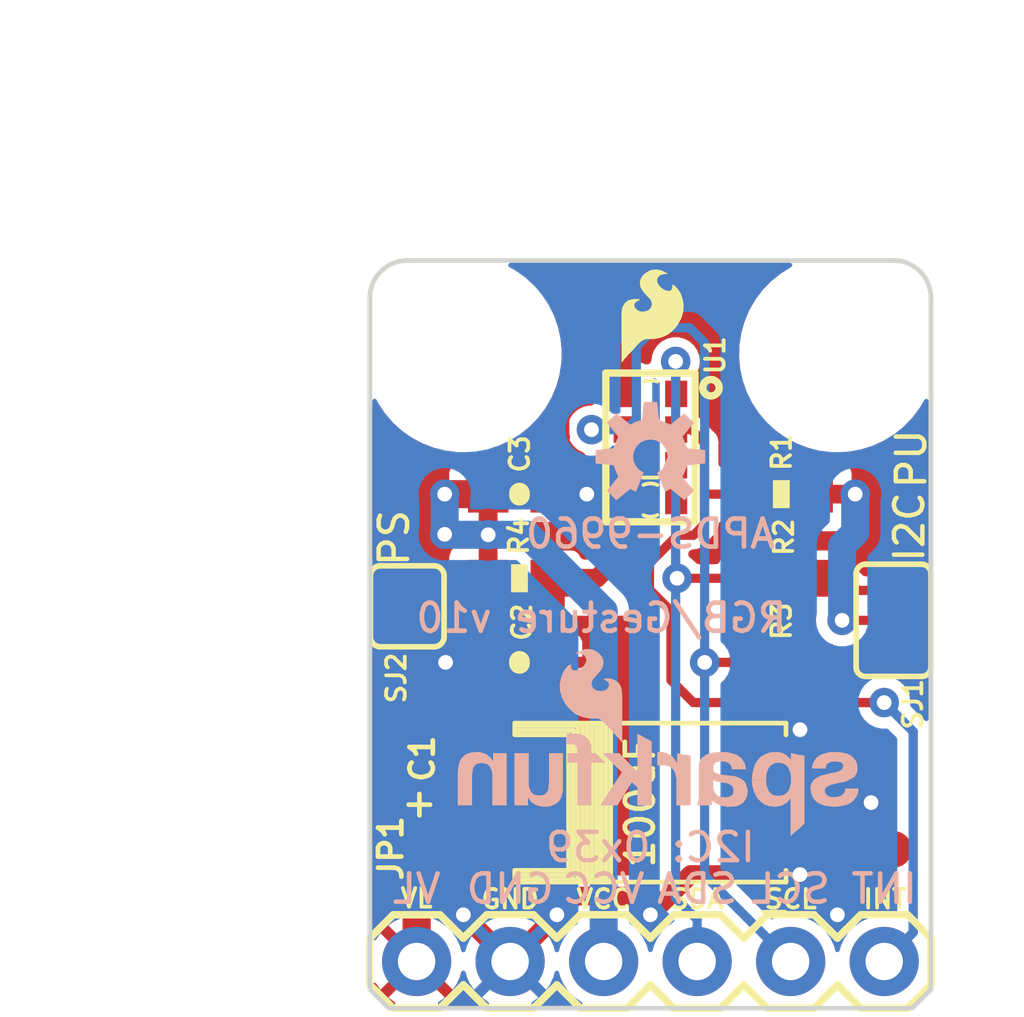
<source format=kicad_pcb>
(kicad_pcb (version 20221018) (generator pcbnew)
  (layers (0 "F.Cu" signal "Top") (31 "B.Cu" signal "Bottom") (34 "B.Paste" user) (35 "F.Paste" user) (36 "B.SilkS" user "B.Silkscreen") (37 "F.SilkS" user "F.Silkscreen") (38 "B.Mask" user) (39 "F.Mask" user) (44 "Edge.Cuts" user))
  (net 0 "")
  (net 1 "GND")
  (net 2 "VCC")
  (net 3 "/VL")
  (net 4 "/SDA")
  (net 5 "/SCL")
  (net 6 "/INT")
  (net 7 "Net-(R2-Pad2)")
  (net 8 "Net-(R3-Pad2)")
  (net 9 "Net-(U1-Pad3)")
  (footprint "APDS_9960:c_2917" (layer "F.Cu") (at 134.62 90.932 180)
    (fp_text reference "C1" (at 6.1976 1.1938 90) (layer "F.SilkS") (effects (font (size 0.635 0.635) (thickness 0.127))))
    (fp_text value "100uF" (at 0.2794 0 90) (layer "F.SilkS") (effects (font (size 0.762 0.762) (thickness 0.127))))
    (fp_text user "+" (at 6.2738 0) (layer "F.SilkS") (effects (font (size 0.762 0.762) (thickness 0.127))))
    (fp_text user "-" (at -3.3655 -2.921) (layer "F.SilkS") (effects (font (size 0.762 0.762) (thickness 0.127))))
    (pad "1" smd rect (at 4.064 0 180) (size 3.048 3.048) (layers "F.Cu" "F.Paste" "F.Mask") (net 3 "/VL"))
    (pad "2" smd rect (at -4.064 0 180) (size 3.048 3.048) (layers "F.Cu" "F.Paste" "F.Mask") (net 1 "GND"))
  )
  (footprint "APDS_9960:0603-CAP" (layer "F.Cu") (at 131.064 82.55)
    (fp_text reference "C3" (at 0.3048 -1.0922 90) (layer "F.SilkS") (effects (font (size 0.508 0.508) (thickness 0.1016)) (justify bottom)))
    (fp_text value "1uF")
    (pad "1" smd rect (at -0.85 0) (size 1.1 1) (layers "F.Cu" "F.Paste" "F.Mask") (net 2 "VCC"))
    (pad "2" smd rect (at 0.85 0) (size 1.1 1) (layers "F.Cu" "F.Paste" "F.Mask") (net 1 "GND"))
  )
  (footprint "APDS_9960:FIDUCIAL-1X2" (layer "F.Cu") (at 141.224 92.202)
    (fp_text reference "FID1" hide)
    (fp_text value "FIDUCIAL1X2" hide)
    (pad "1" smd roundrect (at 0 0) (size 1 1) (layers "F.Cu" "F.Mask") (roundrect_rratio 0.5))
  )
  (footprint "APDS_9960:FIDUCIAL-1X2" (layer "F.Cu") (at 132.842 77.216)
    (fp_text reference "FID2" hide)
    (fp_text value "FIDUCIAL1X2" hide)
    (pad "1" smd roundrect (at 0 0) (size 1 1) (layers "F.Cu" "F.Mask") (roundrect_rratio 0.5))
  )
  (footprint "APDS_9960:1X06" (layer "F.Cu") (at 128.27 95.25)
    (fp_text reference "JP1" (at -0.3302 -2.1336 90) (layer "F.SilkS") (effects (font (size 0.635 0.635) (thickness 0.127)) (justify left bottom)))
    (fp_text value "M06SIP" hide)
    (pad "1" thru_hole circle (at 0 0 90) (size 1.8796 1.8796) (drill 1.016) (layers "*.Cu" "*.Mask") (net 3 "/VL"))
    (pad "2" thru_hole circle (at 2.54 0 90) (size 1.8796 1.8796) (drill 1.016) (layers "*.Cu" "*.Mask") (net 1 "GND"))
    (pad "3" thru_hole circle (at 5.08 0 90) (size 1.8796 1.8796) (drill 1.016) (layers "*.Cu" "*.Mask") (net 2 "VCC"))
    (pad "4" thru_hole circle (at 7.62 0 90) (size 1.8796 1.8796) (drill 1.016) (layers "*.Cu" "*.Mask") (net 4 "/SDA"))
    (pad "5" thru_hole circle (at 10.16 0 90) (size 1.8796 1.8796) (drill 1.016) (layers "*.Cu" "*.Mask") (net 5 "/SCL"))
    (pad "6" thru_hole circle (at 12.7 0 90) (size 1.8796 1.8796) (drill 1.016) (layers "*.Cu" "*.Mask") (net 6 "/INT"))
  )
  (footprint "APDS_9960:0603-RES" (layer "F.Cu") (at 138.176 82.55)
    (fp_text reference "R1" (at 0.3048 -1.143 90) (layer "F.SilkS") (effects (font (size 0.508 0.508) (thickness 0.1016)) (justify bottom)))
    (fp_text value "10k")
    (pad "1" smd rect (at -0.85 0) (size 1.1 1) (layers "F.Cu" "F.Paste" "F.Mask") (net 6 "/INT"))
    (pad "2" smd rect (at 0.85 0) (size 1.1 1) (layers "F.Cu" "F.Paste" "F.Mask") (net 2 "VCC"))
  )
  (footprint "APDS_9960:0603-RES" (layer "F.Cu") (at 131.064 84.836 180)
    (fp_text reference "R4" (at -0.2794 1.143 90) (layer "F.SilkS") (effects (font (size 0.508 0.508) (thickness 0.1016)) (justify bottom)))
    (fp_text value "DNP")
    (pad "1" smd rect (at -0.85 0 180) (size 1.1 1) (layers "F.Cu" "F.Paste" "F.Mask") (net 3 "/VL"))
    (pad "2" smd rect (at 0.85 0 180) (size 1.1 1) (layers "F.Cu" "F.Paste" "F.Mask") (net 2 "VCC"))
  )
  (footprint "APDS_9960:STAND-OFF" (layer "F.Cu") (at 129.54 78.74)
    (fp_text reference "STANDOFF1" hide)
    (fp_text value "STAND-OFF" hide)
    (pad "" np_thru_hole circle (at 0 0) (size 3.302 3.302) (drill 3.302) (layers "*.Cu" "*.Mask") (clearance 1.016))
  )
  (footprint "APDS_9960:STAND-OFF" (layer "F.Cu") (at 139.7 78.74)
    (fp_text reference "STANDOFF2" hide)
    (fp_text value "STAND-OFF" hide)
    (pad "" np_thru_hole circle (at 0 0) (size 3.302 3.302) (drill 3.302) (layers "*.Cu" "*.Mask") (clearance 1.016))
  )
  (footprint "APDS_9960:APDS-9960" (layer "F.Cu") (at 134.62 81.28)
    (fp_text reference "U1" (at 2.0574 -1.9304 90) (layer "F.SilkS") (effects (font (size 0.508 0.508) (thickness 0.1016)) (justify left bottom)))
    (fp_text value "APDS-9960")
    (pad "1" smd rect (at 0.7 -1.455) (size 0.6 0.72) (layers "F.Cu" "F.Paste" "F.Mask") (net 4 "/SDA"))
    (pad "2" smd rect (at 0.7 -0.485) (size 0.6 0.72) (layers "F.Cu" "F.Paste" "F.Mask") (net 6 "/INT"))
    (pad "3" smd rect (at 0.7 0.485) (size 0.6 0.72) (layers "F.Cu" "F.Paste" "F.Mask") (net 9 "Net-(U1-Pad3)"))
    (pad "4" smd rect (at 0.7 1.455) (size 0.6 0.72) (layers "F.Cu" "F.Paste" "F.Mask") (net 9 "Net-(U1-Pad3)"))
    (pad "5" smd rect (at -0.7 1.455) (size 0.6 0.72) (layers "F.Cu" "F.Paste" "F.Mask") (net 3 "/VL"))
    (pad "6" smd rect (at -0.7 0.485) (size 0.6 0.72) (layers "F.Cu" "F.Paste" "F.Mask") (net 1 "GND"))
    (pad "7" smd rect (at -0.7 -0.485) (size 0.6 0.72) (layers "F.Cu" "F.Paste" "F.Mask") (net 5 "/SCL"))
    (pad "8" smd rect (at -0.7 -1.455) (size 0.6 0.72) (layers "F.Cu" "F.Paste" "F.Mask") (net 2 "VCC"))
  )
  (footprint "APDS_9960:SFE_LOGO_FLAME_.1" (layer "F.Cu") (at 133.5151 79.3369)
    (fp_text reference "U$1" hide)
    (fp_text value "SFE_LOGO_NAME_FLAME.1_INCH" hide)
  )
  (footprint "APDS_9960:0603" (layer "F.Cu") (at 138.176 84.836)
    (fp_text reference "R2" (at -0.2286 -1.1176 270) (layer "F.SilkS") (effects (font (size 0.508 0.508) (thickness 0.1016)) (justify top)))
    (fp_text value "4.7k")
    (pad "1" smd rect (at -0.85 0) (size 1.1 1) (layers "F.Cu" "F.Paste" "F.Mask") (net 4 "/SDA"))
    (pad "2" smd rect (at 0.85 0) (size 1.1 1) (layers "F.Cu" "F.Paste" "F.Mask") (net 7 "Net-(R2-Pad2)"))
  )
  (footprint "APDS_9960:0603" (layer "F.Cu") (at 138.176 87.122)
    (fp_text reference "R3" (at 0.3048 -1.1176 90) (layer "F.SilkS") (effects (font (size 0.508 0.508) (thickness 0.1016)) (justify bottom)))
    (fp_text value "4.7k")
    (pad "1" smd rect (at -0.85 0) (size 1.1 1) (layers "F.Cu" "F.Paste" "F.Mask") (net 5 "/SCL"))
    (pad "2" smd rect (at 0.85 0) (size 1.1 1) (layers "F.Cu" "F.Paste" "F.Mask") (net 8 "Net-(R3-Pad2)"))
  )
  (footprint "APDS_9960:0603-CAP" (layer "F.Cu") (at 131.064 87.122 180)
    (fp_text reference "C2" (at 0.2286 1.0922 270) (layer "F.SilkS") (effects (font (size 0.508 0.508) (thickness 0.1016)) (justify top)))
    (fp_text value "1uF")
    (pad "1" smd rect (at -0.85 0 180) (size 1.1 1) (layers "F.Cu" "F.Paste" "F.Mask") (net 3 "/VL"))
    (pad "2" smd rect (at 0.85 0 180) (size 1.1 1) (layers "F.Cu" "F.Paste" "F.Mask") (net 1 "GND"))
  )
  (footprint "APDS_9960:SJ_2S" (layer "F.Cu") (at 128.016 85.598 90)
    (fp_text reference "SJ2" (at -2.6924 0 90) (layer "F.SilkS") (effects (font (size 0.508 0.508) (thickness 0.1016)) (justify left bottom)))
    (fp_text value "SOLDERJUMPERNC")
    (pad "1" smd rect (at -0.4119 0 90) (size 0.635 1.27) (layers "F.Cu" "F.Paste" "F.Mask") (net 3 "/VL") (clearance 0.0508))
    (pad "2" smd rect (at 0.4119 0 90) (size 0.635 1.27) (layers "F.Cu" "F.Paste" "F.Mask") (net 2 "VCC") (clearance 0.0508))
  )
  (footprint "APDS_9960:SJ_3_PASTE1&2&3" (layer "F.Cu") (at 141.224 85.979 90)
    (fp_text reference "SJ1" (at -3.0226 0.2286 270) (layer "F.SilkS") (effects (font (size 0.508 0.508) (thickness 0.1016)) (justify left top)))
    (fp_text value "SOLDERJUMPER_2WAYPASTE1&2&3")
    (pad "1" smd rect (at -0.8128 0 90) (size 0.635 1.27) (layers "F.Cu" "F.Mask") (net 8 "Net-(R3-Pad2)") (clearance 0.0508))
    (pad "2" smd rect (at 0 0 90) (size 0.635 1.27) (layers "F.Cu" "F.Mask") (net 2 "VCC") (clearance 0.0508))
    (pad "3" smd rect (at 0.8128 0 90) (size 0.635 1.27) (layers "F.Cu" "F.Mask") (net 7 "Net-(R2-Pad2)") (clearance 0.0508))
  )
  (footprint "APDS_9960:SFE_LOGO_NAME_FLAME_.1" (layer "B.Cu") (at 140.716 91.948 180)
    (fp_text reference "LOGO1" hide)
    (fp_text value "SFE_LOGO_FLAME.1_INCH" hide)
  )
  (footprint "APDS_9960:OSHW-LOGO-S" (layer "B.Cu") (at 134.62 81.534 180)
    (fp_text reference "LOGO2" hide)
    (fp_text value "OSHW-LOGOS" hide)
  )
  (gr_line (start 142.24 96.012) (end 142.24 77.216) (stroke (width 0.127)) (layer "Edge.Cuts"))
  (gr_line (start 141.224 76.2) (end 128.016 76.2) (stroke (width 0.127)) (layer "Edge.Cuts"))
  (gr_line (start 127.508 96.52) (end 141.732 96.52) (stroke (width 0.127)) (layer "Edge.Cuts"))
  (gr_line (start 127 77.216) (end 127 96.012) (stroke (width 0.127)) (layer "Edge.Cuts"))
  (gr_arc (start 141.224 76.2) (mid 141.94242 76.49758) (end 142.24 77.216) (stroke (width 0.127)) (layer "Edge.Cuts"))
  (gr_line (start 141.732 96.52) (end 142.24 96.012) (stroke (width 0.127)) (layer "Edge.Cuts"))
  (gr_arc (start 127 77.216) (mid 127.29758 76.49758) (end 128.016 76.2) (stroke (width 0.127)) (layer "Edge.Cuts"))
  (gr_line (start 127.508 96.52) (end 127 96.012) (stroke (width 0.127)) (layer "Edge.Cuts"))
  (gr_text "v10" (at 129.286 86.36) (layer "B.SilkS") (effects (font (size 0.762 0.762) (thickness 0.127)) (justify bottom mirror)))
  (gr_text "APDS-9960" (at 134.62 84.074) (layer "B.SilkS") (effects (font (size 0.762 0.762) (thickness 0.127)) (justify bottom mirror)))
  (gr_text "SDA" (at 135.89 93.726) (layer "B.SilkS") (effects (font (size 0.77216 0.77216) (thickness 0.12192)) (justify bottom mirror)))
  (gr_text "SCL" (at 138.43 93.726) (layer "B.SilkS") (effects (font (size 0.77216 0.77216) (thickness 0.12192)) (justify bottom mirror)))
  (gr_text "VCC" (at 133.35 93.726) (layer "B.SilkS") (effects (font (size 0.77216 0.77216) (thickness 0.12192)) (justify bottom mirror)))
  (gr_text "I2C: 0x39" (at 134.62 91.694) (layer "B.SilkS") (effects (font (size 0.77216 0.77216) (thickness 0.12192)) (justify top mirror)))
  (gr_text "RGB/Gesture" (at 134.62 86.36) (layer "B.SilkS") (effects (font (size 0.762 0.762) (thickness 0.127)) (justify bottom mirror)))
  (gr_text "INT" (at 140.97 93.726) (layer "B.SilkS") (effects (font (size 0.77216 0.77216) (thickness 0.12192)) (justify bottom mirror)))
  (gr_text "GND" (at 130.81 93.726) (layer "B.SilkS") (effects (font (size 0.77216 0.77216) (thickness 0.12192)) (justify bottom mirror)))
  (gr_text "VL" (at 128.27 93.726) (layer "B.SilkS") (effects (font (size 0.77216 0.77216) (thickness 0.12192)) (justify bottom mirror)))
  (gr_text "PU" (at 141.7066 80.7212 90) (layer "F.SilkS") (effects (font (size 0.77216 0.77216) (thickness 0.12192)) (justify right)))
  (gr_text "SCL" (at 138.43 93.853) (layer "F.SilkS") (effects (font (size 0.508 0.508) (thickness 0.1016)) (justify bottom)))
  (gr_text "I2C" (at 141.6558 82.423 90) (layer "F.SilkS") (effects (font (size 0.77216 0.77216) (thickness 0.12192)) (justify right)))
  (gr_text "PS" (at 127.6604 82.9056 90) (layer "F.SilkS") (effects (font (size 0.77216 0.77216) (thickness 0.12192)) (justify right)))
  (gr_text "GND" (at 130.81 93.853) (layer "F.SilkS") (effects (font (size 0.508 0.508) (thickness 0.1016)) (justify bottom)))
  (gr_text "SDA" (at 135.89 93.853) (layer "F.SilkS") (effects (font (size 0.508 0.508) (thickness 0.1016)) (justify bottom)))
  (gr_text "VCC" (at 133.35 93.853) (layer "F.SilkS") (effects (font (size 0.508 0.508) (thickness 0.1016)) (justify bottom)))
  (gr_text "INT" (at 140.9954 93.853) (layer "F.SilkS") (effects (font (size 0.508 0.508) (thickness 0.1016)) (justify bottom)))
  (gr_text "VL" (at 128.27 93.8276) (layer "F.SilkS") (effects (font (size 0.508 0.508) (thickness 0.1016)) (justify bottom)))
  (segment (start 139.7 93.98) (end 139.7 93.218) (width 0.508) (layer "F.Cu") (net 1))
  (segment (start 129.0574 87.122) (end 130.214 87.122) (width 0.508) (layer "F.Cu") (net 1))
  (segment (start 129.54 93.98) (end 130.81 95.25) (width 0.508) (layer "F.Cu") (net 1))
  (segment (start 138.684 92.8878) (end 138.684 90.932) (width 0.762) (layer "F.Cu") (net 1))
  (segment (start 132.08 93.98) (end 132.588 93.472) (width 0.508) (layer "F.Cu") (net 1))
  (segment (start 132.08 93.98) (end 130.81 95.25) (width 0.508) (layer "F.Cu") (net 1))
  (segment (start 132.8928 82.0928) (end 132.8928 82.55) (width 0.25) (layer "F.Cu") (net 1))
  (segment (start 137.795 90.927) (end 137.79 90.932) (width 0.508) (layer "F.Cu") (net 1))
  (segment (start 138.684 88.9508) (end 138.684 90.932) (width 0.762) (layer "F.Cu") (net 1))
  (segment (start 133.92 81.765) (end 133.2206 81.765) (width 0.25) (layer "F.Cu") (net 1))
  (segment (start 138.684 92.8878) (end 139.3698 92.8878) (width 0.508) (layer "F.Cu") (net 1))
  (segment (start 140.6144 90.932) (end 138.684 90.932) (width 0.762) (layer "F.Cu") (net 1))
  (segment (start 137.795 92.8878) (end 138.684 92.8878) (width 0.508) (layer "F.Cu") (net 1))
  (segment (start 137.795 92.8878) (end 135.7122 92.8878) (width 0.508) (layer "F.Cu") (net 1))
  (segment (start 139.573 90.932) (end 137.79 90.932) (width 0.508) (layer "F.Cu") (net 1))
  (segment (start 131.914 82.55) (end 132.8928 82.55) (width 0.25) (layer "F.Cu") (net 1))
  (segment (start 139.3698 92.8878) (end 139.7 93.218) (width 0.508) (layer "F.Cu") (net 1))
  (segment (start 133.2206 81.765) (end 132.8928 82.0928) (width 0.25) (layer "F.Cu") (net 1))
  (segment (start 132.588 93.472) (end 134.112 93.472) (width 0.508) (layer "F.Cu") (net 1))
  (segment (start 137.795 90.937) (end 137.79 90.932) (width 0.508) (layer "F.Cu") (net 1))
  (segment (start 135.7122 92.8878) (end 134.62 93.98) (width 0.508) (layer "F.Cu") (net 1))
  (segment (start 134.112 93.472) (end 134.62 93.98) (width 0.508) (layer "F.Cu") (net 1))
  (via (at 132.8928 82.55) (size 0.8) (drill 0.4) (layers "F.Cu" "B.Cu") (net 1))
  (via (at 138.684 92.8878) (size 0.8) (drill 0.4) (layers "F.Cu" "B.Cu") (net 1))
  (via (at 132.08 93.98) (size 0.8) (drill 0.4) (layers "F.Cu" "B.Cu") (net 1))
  (via (at 139.7 93.98) (size 0.8) (drill 0.4) (layers "F.Cu" "B.Cu") (net 1))
  (via (at 140.6144 90.932) (size 0.8) (drill 0.4) (layers "F.Cu" "B.Cu") (net 1))
  (via (at 138.684 88.9508) (size 0.8) (drill 0.4) (layers "F.Cu" "B.Cu") (net 1))
  (via (at 134.62 93.98) (size 0.8) (drill 0.4) (layers "F.Cu" "B.Cu") (net 1))
  (via (at 129.54 93.98) (size 0.8) (drill 0.4) (layers "F.Cu" "B.Cu") (net 1))
  (via (at 129.0574 87.122) (size 0.8) (drill 0.4) (layers "F.Cu" "B.Cu") (net 1))
  (segment (start 130.214 83.654) (end 130.214 82.55) (width 0.508) (layer "F.Cu") (net 2))
  (segment (start 132.1816 81.0006) (end 132.1816 80.1878) (width 0.25) (layer "F.Cu") (net 2))
  (segment (start 132.5444 79.825) (end 132.4483 79.9211) (width 0.508) (layer "F.Cu") (net 2))
  (segment (start 138.5824 81.6102) (end 137.3124 81.6102) (width 0.25) (layer "F.Cu") (net 2))
  (segment (start 139.026 82.0538) (end 138.5824 81.6102) (width 0.25) (layer "F.Cu") (net 2))
  (segment (start 130.214 82.55) (end 130.214 81.9268) (width 0.508) (layer "F.Cu") (net 2))
  (segment (start 132.165799 80.387479) (end 132.165799 81.0006) (width 0.508) (layer "F.Cu") (net 2))
  (segment (start 137.3124 81.6102) (end 136.1186 80.4164) (width 0.25) (layer "F.Cu") (net 2))
  (segment (start 134.3152 78.0288) (end 133.92 78.424) (width 0.25) (layer "F.Cu") (net 2))
  (segment (start 136.1186 78.486) (end 135.6614 78.0288) (width 0.25) (layer "F.Cu") (net 2))
  (segment (start 132.1816 80.1878) (end 132.1816 80.371678) (width 0.508) (layer "F.Cu") (net 2))
  (segment (start 131.5974 81.5848) (end 130.556 81.5848) (width 0.508) (layer "F.Cu") (net 2))
  (segment (start 136.1186 80.4164) (end 136.1186 78.486) (width 0.25) (layer "F.Cu") (net 2))
  (segment (start 139.026 82.55) (end 139.026 82.0538) (width 0.25) (layer "F.Cu") (net 2))
  (segment (start 132.1816 81.0006) (end 131.5974 81.5848) (width 0.508) (layer "F.Cu") (net 2))
  (segment (start 135.6614 78.0288) (end 134.3152 78.0288) (width 0.25) (layer "F.Cu") (net 2))
  (segment (start 132.4483 79.9211) (end 132.1816 80.1878) (width 0.508) (layer "F.Cu") (net 2))
  (segment (start 141.224 85.979) (end 139.827 85.979) (width 0.25) (layer "F.Cu") (net 2))
  (segment (start 133.92 79.825) (end 132.5444 79.825) (width 0.508) (layer "F.Cu") (net 2))
  (segment (start 130.214 81.9268) (end 130.556 81.5848) (width 0.508) (layer "F.Cu") (net 2))
  (segment (start 132.1816 80.371678) (end 132.165799 80.387479) (width 0.508) (layer "F.Cu") (net 2))
  (segment (start 130.214 82.55) (end 129.032 82.55) (width 0.762) (layer "F.Cu") (net 2))
  (segment (start 133.92 78.424) (end 133.92 79.825) (width 0.25) (layer "F.Cu") (net 2))
  (segment (start 140.1826 82.55) (end 139.026 82.55) (width 0.25) (layer "F.Cu") (net 2))
  (segment (start 130.214 84.836) (end 130.214 83.654) (width 0.508) (layer "F.Cu") (net 2))
  (via (at 129.032 82.55) (size 0.8) (drill 0.4) (layers "F.Cu" "B.Cu") (net 2))
  (via (at 129.032 83.6422) (size 0.8) (drill 0.4) (layers "F.Cu" "B.Cu") (net 2))
  (via (at 130.214 83.654) (size 0.8) (drill 0.4) (layers "F.Cu" "B.Cu") (net 2))
  (via (at 140.1826 82.55) (size 0.8) (drill 0.4) (layers "F.Cu" "B.Cu") (net 2))
  (via (at 139.827 85.979) (size 0.8) (drill 0.4) (layers "F.Cu" "B.Cu") (net 2))
  (segment (start 129.032 82.55) (end 129.032 83.6422) (width 0.762) (layer "B.Cu") (net 2))
  (segment (start 130.214 83.654) (end 129.0438 83.654) (width 0.762) (layer "B.Cu") (net 2))
  (segment (start 139.827 85.979) (end 139.827 83.947) (width 0.762) (layer "B.Cu") (net 2))
  (segment (start 133.35 95.25) (end 133.35 85.725) (width 0.762) (layer "B.Cu") (net 2))
  (segment (start 129.0438 83.654) (end 129.032 83.6422) (width 0.762) (layer "B.Cu") (net 2))
  (segment (start 131.279 83.654) (end 130.214 83.654) (width 0.762) (layer "B.Cu") (net 2))
  (segment (start 140.1826 82.55) (end 140.1826 83.5914) (width 0.762) (layer "B.Cu") (net 2))
  (segment (start 140.1826 83.5914) (end 139.827 83.947) (width 0.762) (layer "B.Cu") (net 2))
  (segment (start 133.35 85.725) (end 131.279 83.654) (width 0.762) (layer "B.Cu") (net 2))
  (segment (start 128.016 90.932) (end 128.016 92.0496) (width 0.762) (layer "F.Cu") (net 3))
  (segment (start 128.27 95.25) (end 128.27 92.3036) (width 0.762) (layer "F.Cu") (net 3))
  (segment (start 131.914 87.122) (end 131.914 88.5326) (width 0.762) (layer "F.Cu") (net 3))
  (segment (start 131.914 84.836) (end 133.166158 84.836) (width 0.508) (layer "F.Cu") (net 3))
  (segment (start 133.92 84.082157) (end 133.92 82.735) (width 0.508) (layer "F.Cu") (net 3))
  (segment (start 133.166158 84.836) (end 133.92 84.082157) (width 0.508) (layer "F.Cu") (net 3))
  (segment (start 128.016 90.932) (end 128.016 86.084601) (width 0.762) (layer "F.Cu") (net 3))
  (segment (start 130.556 88.5444) (end 131.9022 88.5444) (width 0.762) (layer "F.Cu") (net 3))
  (segment (start 128.27 95.25) (end 128.27 93.9292) (width 0.762) (layer "F.Cu") (net 3))
  (segment (start 130.556 90.932) (end 128.016 90.932) (width 0.762) (layer "F.Cu") (net 3))
  (segment (start 131.9022 88.5444) (end 131.914 88.5326) (width 0.762) (layer "F.Cu") (net 3))
  (segment (start 128.016 86.0099) (end 128.016 90.932) (width 0.25) (layer "F.Cu") (net 3))
  (segment (start 130.556 90.932) (end 130.556 88.5444) (width 0.762) (layer "F.Cu") (net 3))
  (segment (start 128.27 92.3036) (end 128.016 92.0496) (width 0.762) (layer "F.Cu") (net 3))
  (segment (start 131.914 87.122) (end 131.914 84.836) (width 0.762) (layer "F.Cu") (net 3))
  (segment (start 128.27 92.9386) (end 128.27 93.9292) (width 0.25) (layer "F.Cu") (net 3))
  (segment (start 135.3058 78.9432) (end 135.3058 79.8108) (width 0.25) (layer "F.Cu") (net 4))
  (segment (start 135.3058 79.8108) (end 135.32 79.825) (width 0.25) (layer "F.Cu") (net 4))
  (segment (start 137.326 84.836) (end 135.345 84.836) (width 0.25) (layer "F.Cu") (net 4))
  (via (at 135.345 84.836) (size 0.8) (drill 0.4) (layers "F.Cu" "B.Cu") (net 4))
  (via (at 135.3058 78.9432) (size 0.8) (drill 0.4) (layers "F.Cu" "B.Cu") (net 4))
  (segment (start 135.89 95.25) (end 135.89 94.107) (width 0.25) (layer "B.Cu") (net 4))
  (segment (start 135.89 94.107) (end 135.3058 93.5228) (width 0.25) (layer "B.Cu") (net 4))
  (segment (start 135.3058 93.5228) (end 135.3058 78.9432) (width 0.25) (layer "B.Cu") (net 4))
  (segment (start 133.92 80.795) (end 133.0222 80.795) (width 0.25) (layer "F.Cu") (net 5))
  (segment (start 133.0222 80.795) (end 133.0198 80.7974) (width 0.25) (layer "F.Cu") (net 5))
  (segment (start 137.326 87.122) (end 136.0932 87.122) (width 0.25) (layer "F.Cu") (net 5))
  (via (at 136.0932 87.122) (size 0.8) (drill 0.4) (layers "F.Cu" "B.Cu") (net 5))
  (via (at 133.0198 80.7974) (size 0.8) (drill 0.4) (layers "F.Cu" "B.Cu") (net 5))
  (segment (start 134.239 80.518) (end 134.239 78.5368) (width 0.25) (layer "B.Cu") (net 5))
  (segment (start 134.747 78.0288) (end 135.6868 78.0288) (width 0.25) (layer "B.Cu") (net 5))
  (segment (start 133.9596 80.7974) (end 134.239 80.518) (width 0.25) (layer "B.Cu") (net 5))
  (segment (start 136.0932 78.4352) (end 136.0932 87.122) (width 0.25) (layer "B.Cu") (net 5))
  (segment (start 136.0932 92.9132) (end 138.43 95.25) (width 0.25) (layer "B.Cu") (net 5))
  (segment (start 134.239 78.5368) (end 134.747 78.0288) (width 0.25) (layer "B.Cu") (net 5))
  (segment (start 133.0198 80.7974) (end 133.9596 80.7974) (width 0.25) (layer "B.Cu") (net 5))
  (segment (start 135.6868 78.0288) (end 136.0932 78.4352) (width 0.25) (layer "B.Cu") (net 5))
  (segment (start 136.0932 87.122) (end 136.0932 92.9132) (width 0.25) (layer "B.Cu") (net 5))
  (segment (start 135.1788 85.725) (end 134.5946 85.1408) (width 0.25) (layer "F.Cu") (net 6))
  (segment (start 136.0873 81.1471) (end 136.0873 82.5441) (width 0.25) (layer "F.Cu") (net 6))
  (segment (start 135.3566 83.6676) (end 135.7884 83.6676) (width 0.25) (layer "F.Cu") (net 6))
  (segment (start 137.326 82.55) (end 136.0932 82.55) (width 0.25) (layer "F.Cu") (net 6))
  (segment (start 135.1788 87.6046) (end 135.1788 85.725) (width 0.25) (layer "F.Cu") (net 6))
  (segment (start 134.5946 85.1408) (end 134.5946 84.4296) (width 0.25) (layer "F.Cu") (net 6))
  (segment (start 135.7884 83.6676) (end 136.0873 83.3687) (width 0.25) (layer "F.Cu") (net 6))
  (segment (start 139.6238 88.2142) (end 135.7884 88.2142) (width 0.25) (layer "F.Cu") (net 6))
  (segment (start 136.0873 81.1471) (end 135.7352 80.795) (width 0.25) (layer "F.Cu") (net 6))
  (segment (start 136.0873 83.3687) (end 136.0873 82.5441) (width 0.25) (layer "F.Cu") (net 6))
  (segment (start 134.5946 84.4296) (end 135.3566 83.6676) (width 0.25) (layer "F.Cu") (net 6))
  (segment (start 135.7352 80.795) (end 135.32 80.795) (width 0.25) (layer "F.Cu") (net 6))
  (segment (start 135.7884 88.2142) (end 135.1788 87.6046) (width 0.25) (layer "F.Cu") (net 6))
  (segment (start 139.6238 88.2142) (end 140.97 88.2142) (width 0.254) (layer "F.Cu") (net 6))
  (segment (start 136.0932 82.55) (end 136.0873 82.5441) (width 0.25) (layer "F.Cu") (net 6))
  (via (at 140.97 88.2142) (size 0.8) (drill 0.4) (layers "F.Cu" "B.Cu") (net 6))
  (segment (start 141.7574 94.4626) (end 140.97 95.25) (width 0.254) (layer "B.Cu") (net 6))
  (segment (start 141.7574 89.0016) (end 141.7574 94.4626) (width 0.254) (layer "B.Cu") (net 6))
  (segment (start 140.97 88.2142) (end 141.7574 89.0016) (width 0.254) (layer "B.Cu") (net 6))
  (segment (start 141.224 85.1662) (end 140.2588 85.1662) (width 0.25) (layer "F.Cu") (net 7))
  (segment (start 139.9286 84.836) (end 139.026 84.836) (width 0.25) (layer "F.Cu") (net 7))
  (segment (start 140.2588 85.1662) (end 139.9286 84.836) (width 0.25) (layer "F.Cu") (net 7))
  (segment (start 141.224 86.7918) (end 140.3096 86.7918) (width 0.25) (layer "F.Cu") (net 8))
  (segment (start 140.3096 86.7918) (end 139.9794 87.122) (width 0.25) (layer "F.Cu") (net 8))
  (segment (start 139.9794 87.122) (end 139.026 87.122) (width 0.25) (layer "F.Cu") (net 8))
  (segment (start 135.32 81.765) (end 135.32 82.735) (width 0.25) (layer "F.Cu") (net 9))
  (zone (net 2) (net_name "VCC") (layer "F.Cu") (connect_pads (clearance 0.254)) (min_thickness 0.254) (fill yes (thermal_gap 0.508) (thermal_bridge_width 0.508) (smoothing fillet) (radius 0.508))
    (polygon (pts (xy 142.494 85.344) (xy 126.746 85.344) (xy 126.746 75.946) (xy 142.494 75.946)))
  )
  (zone (net 3) (net_name "/VL") (layer "F.Cu") (connect_pads (clearance 0.3048)) (min_thickness 0.127) (fill yes (thermal_gap 0.304) (thermal_bridge_width 0.304) (smoothing fillet) (radius 0.508))
    (polygon (pts (xy 134.62 96.774) (xy 127 96.774) (xy 127 85.852) (xy 134.62 85.852)))
  )
  (zone (net 1) (net_name "GND") (layer "B.Cu") (priority 6) (connect_pads (clearance 0.3048)) (min_thickness 0.127) (fill yes (thermal_gap 0.304) (thermal_bridge_width 0.304))
    (polygon (pts (xy 144.78 96.52) (xy 124.46 96.52) (xy 124.46 76.2) (xy 144.78 76.2)))
  )
)
</source>
